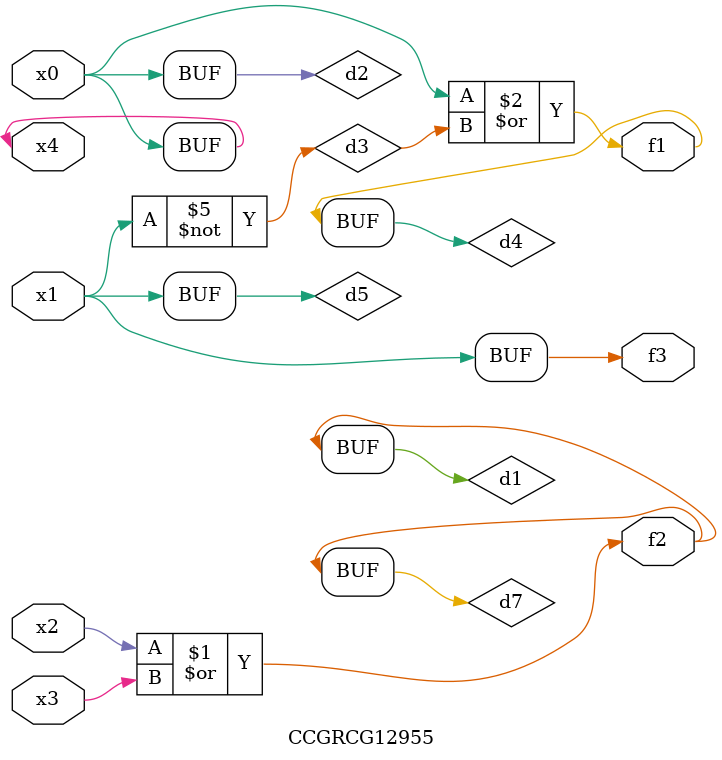
<source format=v>
module CCGRCG12955(
	input x0, x1, x2, x3, x4,
	output f1, f2, f3
);

	wire d1, d2, d3, d4, d5, d6, d7;

	or (d1, x2, x3);
	buf (d2, x0, x4);
	not (d3, x1);
	or (d4, d2, d3);
	not (d5, d3);
	nand (d6, d1, d3);
	or (d7, d1);
	assign f1 = d4;
	assign f2 = d7;
	assign f3 = d5;
endmodule

</source>
